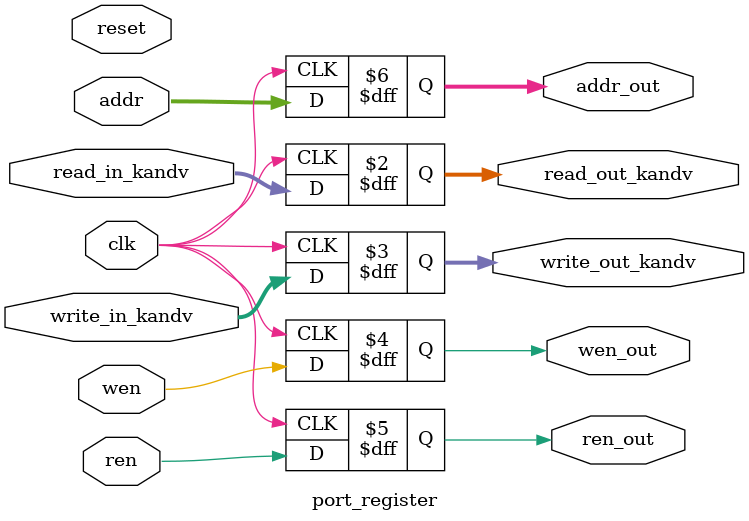
<source format=v>
module port_register #(parameter index_width = 8, parameter  data_width = 64, parameter processing_engines = 4) (
    input clk,
    input reset,
    input [data_width-1:0] write_in_kandv,
    input [data_width-1:0] read_in_kandv,
    input [index_width-1:0]addr,
    input wen,
    input ren,
    output reg [data_width-1:0] read_out_kandv,
    output reg[data_width-1:0] write_out_kandv,
    output reg wen_out,
    output reg ren_out,
    output reg [index_width-1:0]addr_out
);

// reg [data_width-1:0] read_reg, write_reg;
// reg wen_reg,ren_reg;
// reg [index_width-1:0] addr_reg;

// assign write_out_kandv[data_width-1:0] = write_reg[data_width-1:0];
// assign read_out_kandv[data_width-1:0] = read_reg[data_width-1:0]; 
// assign wen_out = wen_reg;
// assign ren_out = ren_reg;
// assign addr_out[index_width-1:0] = addr_reg[index_width-1:0]

always @(posedge clk) begin
    
    read_out_kandv <= read_in_kandv;
    write_out_kandv <= write_in_kandv;
    wen_out <= wen;
    ren_out <= ren;
    addr_out <= addr;
    
end
endmodule
</source>
